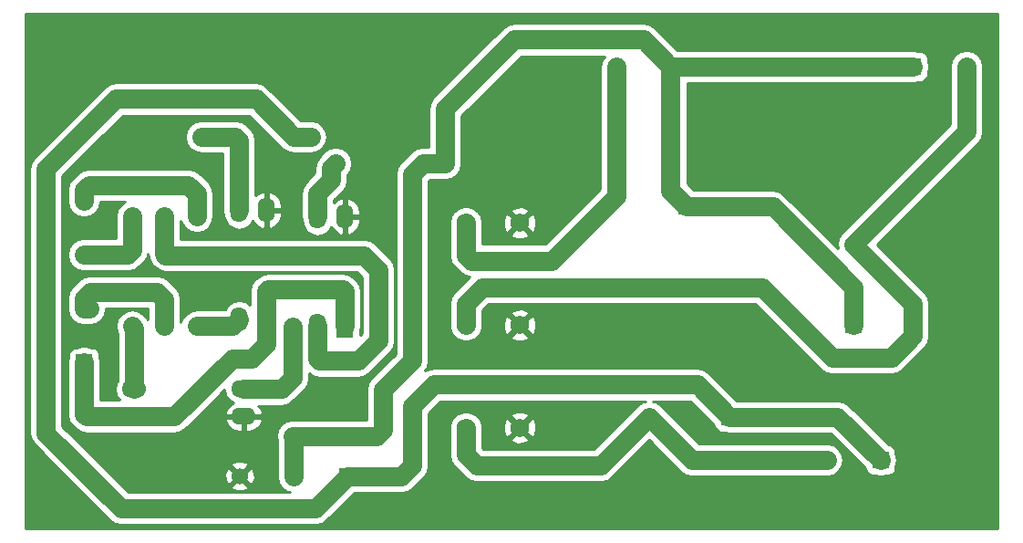
<source format=gbr>
G04 #@! TF.FileFunction,Copper,L1,Top,Plane*
%FSLAX46Y46*%
G04 Gerber Fmt 4.6, Leading zero omitted, Abs format (unit mm)*
G04 Created by KiCad (PCBNEW 4.0.7-e1-6374~58~ubuntu14.04.1) date Mon Aug 21 22:32:21 2017*
%MOMM*%
%LPD*%
G01*
G04 APERTURE LIST*
%ADD10C,0.200000*%
%ADD11C,1.524000*%
%ADD12R,1.562100X1.562100*%
%ADD13C,1.562100*%
%ADD14R,1.524000X1.524000*%
%ADD15R,1.750000X1.750000*%
%ADD16C,1.750000*%
%ADD17R,1.574800X2.286000*%
%ADD18O,1.574800X2.286000*%
%ADD19R,2.286000X1.574800*%
%ADD20O,2.286000X1.574800*%
%ADD21C,1.800000*%
%ADD22C,0.254000*%
G04 APERTURE END LIST*
D10*
D11*
X157500000Y-152080000D03*
X157500000Y-141920000D03*
X163500000Y-152080000D03*
X163500000Y-141920000D03*
D12*
X212993000Y-160500000D03*
D13*
X205500000Y-160500000D03*
D12*
X208993000Y-141000000D03*
D13*
X201500000Y-141000000D03*
D11*
X160500000Y-141920000D03*
X160500000Y-152080000D03*
X163920000Y-134500000D03*
X174080000Y-134500000D03*
X172400000Y-152120000D03*
X172400000Y-162280000D03*
X176420000Y-137000000D03*
X186580000Y-137000000D03*
D12*
X224500000Y-151993000D03*
D13*
X224500000Y-144500000D03*
D14*
X230000000Y-128000000D03*
D11*
X235000000Y-128000000D03*
D14*
X227000000Y-164500000D03*
D11*
X222000000Y-164500000D03*
D14*
X207500000Y-128000000D03*
D11*
X202500000Y-128000000D03*
D14*
X153035000Y-155455000D03*
D11*
X153035000Y-150455000D03*
X153035000Y-145455000D03*
X153035000Y-140455000D03*
D14*
X177500000Y-166000000D03*
D11*
X172500000Y-166000000D03*
X167500000Y-166000000D03*
D15*
X183500000Y-161500000D03*
D16*
X188500000Y-161500000D03*
X193500000Y-161500000D03*
D15*
X183500000Y-142500000D03*
D16*
X188500000Y-142500000D03*
X193500000Y-142500000D03*
D15*
X183500000Y-152000000D03*
D16*
X188500000Y-152000000D03*
X193500000Y-152000000D03*
D17*
X177270000Y-152080000D03*
D18*
X174730000Y-152080000D03*
X174730000Y-141920000D03*
X177270000Y-141920000D03*
D19*
X157720000Y-160470000D03*
D20*
X157720000Y-157930000D03*
X167880000Y-157930000D03*
X167880000Y-160470000D03*
D17*
X169970000Y-151480000D03*
D18*
X167430000Y-151480000D03*
X167430000Y-141320000D03*
X169970000Y-141320000D03*
D21*
X188500000Y-142500000D02*
X188500000Y-145500000D01*
X196500000Y-146000000D02*
X201500000Y-141000000D01*
X189000000Y-146000000D02*
X196500000Y-146000000D01*
X188500000Y-145500000D02*
X189000000Y-146000000D01*
X202500000Y-128000000D02*
X202500000Y-140000000D01*
X202500000Y-140000000D02*
X201500000Y-141000000D01*
X174730000Y-141920000D02*
X174730000Y-139770000D01*
X176000000Y-138500000D02*
X176000000Y-137420000D01*
X174730000Y-139770000D02*
X176000000Y-138500000D01*
X176000000Y-137420000D02*
X176420000Y-137000000D01*
X172400000Y-162280000D02*
X180220000Y-162280000D01*
X183500000Y-155300000D02*
X183500000Y-152000000D01*
X180800000Y-158000000D02*
X183500000Y-155300000D01*
X180800000Y-161700000D02*
X180800000Y-158000000D01*
X180220000Y-162280000D02*
X180800000Y-161700000D01*
X172500000Y-166000000D02*
X172500000Y-162380000D01*
X172500000Y-162380000D02*
X172400000Y-162280000D01*
X183500000Y-152000000D02*
X183480000Y-152000000D01*
X186580000Y-137000000D02*
X186580000Y-131920000D01*
X205000000Y-125500000D02*
X207500000Y-128000000D01*
X193000000Y-125500000D02*
X205000000Y-125500000D01*
X186580000Y-131920000D02*
X193000000Y-125500000D01*
X224500000Y-151993000D02*
X224500000Y-148500000D01*
X217000000Y-141000000D02*
X208993000Y-141000000D01*
X224500000Y-148500000D02*
X217000000Y-141000000D01*
X207500000Y-128000000D02*
X230000000Y-128000000D01*
X207500000Y-128000000D02*
X207500000Y-139507000D01*
X207500000Y-139507000D02*
X208993000Y-141000000D01*
X183500000Y-142500000D02*
X183500000Y-152000000D01*
X186580000Y-137000000D02*
X184500000Y-137000000D01*
X183500000Y-138000000D02*
X183500000Y-142500000D01*
X184500000Y-137000000D02*
X183500000Y-138000000D01*
X174080000Y-134500000D02*
X172500000Y-134500000D01*
X174500000Y-169000000D02*
X177500000Y-166000000D01*
X156500000Y-169000000D02*
X174500000Y-169000000D01*
X149500000Y-162000000D02*
X156500000Y-169000000D01*
X149500000Y-137500000D02*
X149500000Y-162000000D01*
X156000000Y-131000000D02*
X149500000Y-137500000D01*
X169000000Y-131000000D02*
X156000000Y-131000000D01*
X172500000Y-134500000D02*
X169000000Y-131000000D01*
X183500000Y-161500000D02*
X183500000Y-159500000D01*
X209993000Y-157500000D02*
X212993000Y-160500000D01*
X185500000Y-157500000D02*
X209993000Y-157500000D01*
X183500000Y-159500000D02*
X185500000Y-157500000D01*
X212993000Y-160500000D02*
X223000000Y-160500000D01*
X223000000Y-160500000D02*
X227000000Y-164500000D01*
X177500000Y-166000000D02*
X182500000Y-166000000D01*
X183500000Y-165000000D02*
X183500000Y-161500000D01*
X182500000Y-166000000D02*
X183500000Y-165000000D01*
X153035000Y-150455000D02*
X153035000Y-149474002D01*
X160500000Y-149600000D02*
X160500000Y-152080000D01*
X159800000Y-148900000D02*
X160500000Y-149600000D01*
X153609002Y-148900000D02*
X159800000Y-148900000D01*
X153035000Y-149474002D02*
X153609002Y-148900000D01*
X153035000Y-150455000D02*
X153545000Y-150455000D01*
X153035000Y-145455000D02*
X157055000Y-145455000D01*
X157500000Y-145010000D02*
X157500000Y-141920000D01*
X157055000Y-145455000D02*
X157500000Y-145010000D01*
X153035000Y-140455000D02*
X153035000Y-139465000D01*
X163500000Y-139800000D02*
X163500000Y-141920000D01*
X162700000Y-139000000D02*
X163500000Y-139800000D01*
X153500000Y-139000000D02*
X162700000Y-139000000D01*
X153035000Y-139465000D02*
X153500000Y-139000000D01*
X188500000Y-152000000D02*
X188500000Y-150000000D01*
X230000000Y-150000000D02*
X224500000Y-144500000D01*
X230000000Y-153000000D02*
X230000000Y-150000000D01*
X228000000Y-155000000D02*
X230000000Y-153000000D01*
X222500000Y-155000000D02*
X228000000Y-155000000D01*
X216000000Y-148500000D02*
X222500000Y-155000000D01*
X190000000Y-148500000D02*
X216000000Y-148500000D01*
X188500000Y-150000000D02*
X190000000Y-148500000D01*
X235000000Y-128000000D02*
X235000000Y-134000000D01*
X235000000Y-134000000D02*
X224500000Y-144500000D01*
X188500000Y-161500000D02*
X188500000Y-164000000D01*
X201000000Y-165000000D02*
X205500000Y-160500000D01*
X189500000Y-165000000D02*
X201000000Y-165000000D01*
X188500000Y-164000000D02*
X189500000Y-165000000D01*
X222000000Y-164500000D02*
X209500000Y-164500000D01*
X209500000Y-164500000D02*
X205500000Y-160500000D01*
X157720000Y-157930000D02*
X157720000Y-152300000D01*
X157720000Y-152300000D02*
X157500000Y-152080000D01*
X174730000Y-152080000D02*
X174730000Y-155130000D01*
X160500000Y-145400000D02*
X160500000Y-141920000D01*
X160600000Y-145500000D02*
X160500000Y-145400000D01*
X179000000Y-145500000D02*
X160600000Y-145500000D01*
X180400000Y-146900000D02*
X179000000Y-145500000D01*
X180400000Y-153400000D02*
X180400000Y-146900000D01*
X178500000Y-155300000D02*
X180400000Y-153400000D01*
X174900000Y-155300000D02*
X178500000Y-155300000D01*
X174730000Y-155130000D02*
X174900000Y-155300000D01*
X163500000Y-152080000D02*
X166830000Y-152080000D01*
X166830000Y-152080000D02*
X167430000Y-151480000D01*
X163920000Y-134500000D02*
X167100000Y-134500000D01*
X167430000Y-134830000D02*
X167430000Y-141320000D01*
X167100000Y-134500000D02*
X167430000Y-134830000D01*
X169970000Y-151480000D02*
X169970000Y-153730000D01*
X161430000Y-160470000D02*
X157720000Y-160470000D01*
X166800000Y-155100000D02*
X161430000Y-160470000D01*
X168600000Y-155100000D02*
X166800000Y-155100000D01*
X169970000Y-153730000D02*
X168600000Y-155100000D01*
X153035000Y-155455000D02*
X153035000Y-160235000D01*
X153035000Y-160235000D02*
X153270000Y-160470000D01*
X153270000Y-160470000D02*
X157720000Y-160470000D01*
X177270000Y-152080000D02*
X177270000Y-148870000D01*
X169970000Y-148830000D02*
X169970000Y-151480000D01*
X170100000Y-148700000D02*
X169970000Y-148830000D01*
X177100000Y-148700000D02*
X170100000Y-148700000D01*
X177270000Y-148870000D02*
X177100000Y-148700000D01*
X172400000Y-152120000D02*
X172400000Y-156900000D01*
X171370000Y-157930000D02*
X167880000Y-157930000D01*
X172400000Y-156900000D02*
X171370000Y-157930000D01*
D22*
G36*
X237873000Y-170873000D02*
X147627000Y-170873000D01*
X147627000Y-137500000D01*
X147965000Y-137500000D01*
X147965000Y-162000000D01*
X148081845Y-162587419D01*
X148414591Y-163085409D01*
X155414591Y-170085409D01*
X155912581Y-170418155D01*
X156500000Y-170535000D01*
X174500000Y-170535000D01*
X175087419Y-170418155D01*
X175585409Y-170085409D01*
X178135818Y-167535000D01*
X182500000Y-167535000D01*
X183087419Y-167418155D01*
X183585409Y-167085409D01*
X184585409Y-166085409D01*
X184918155Y-165587419D01*
X185035000Y-165000000D01*
X185035000Y-160135818D01*
X186135818Y-159035000D01*
X205148087Y-159035000D01*
X204912581Y-159081845D01*
X204414591Y-159414591D01*
X200364182Y-163465000D01*
X190135818Y-163465000D01*
X190035000Y-163364182D01*
X190035000Y-162562060D01*
X192617545Y-162562060D01*
X192700884Y-162815953D01*
X193265306Y-163021590D01*
X193865458Y-162995579D01*
X194299116Y-162815953D01*
X194382455Y-162562060D01*
X193500000Y-161679605D01*
X192617545Y-162562060D01*
X190035000Y-162562060D01*
X190035000Y-161500000D01*
X190010110Y-161374871D01*
X190010205Y-161265306D01*
X191978410Y-161265306D01*
X192004421Y-161865458D01*
X192184047Y-162299116D01*
X192437940Y-162382455D01*
X193320395Y-161500000D01*
X193679605Y-161500000D01*
X194562060Y-162382455D01*
X194815953Y-162299116D01*
X195021590Y-161734694D01*
X194995579Y-161134542D01*
X194815953Y-160700884D01*
X194562060Y-160617545D01*
X193679605Y-161500000D01*
X193320395Y-161500000D01*
X192437940Y-160617545D01*
X192184047Y-160700884D01*
X191978410Y-161265306D01*
X190010205Y-161265306D01*
X190010262Y-161200960D01*
X189943264Y-161038813D01*
X189918155Y-160912581D01*
X189847274Y-160806500D01*
X189780862Y-160645771D01*
X189656915Y-160521607D01*
X189601011Y-160437940D01*
X192617545Y-160437940D01*
X193500000Y-161320395D01*
X194382455Y-160437940D01*
X194299116Y-160184047D01*
X193734694Y-159978410D01*
X193134542Y-160004421D01*
X192700884Y-160184047D01*
X192617545Y-160437940D01*
X189601011Y-160437940D01*
X189585409Y-160414591D01*
X189479329Y-160343710D01*
X189356463Y-160220630D01*
X189194433Y-160153349D01*
X189087419Y-160081845D01*
X188962291Y-160056955D01*
X188801675Y-159990262D01*
X188626231Y-159990109D01*
X188500000Y-159965000D01*
X188374871Y-159989890D01*
X188200960Y-159989738D01*
X188038813Y-160056736D01*
X187912581Y-160081845D01*
X187806500Y-160152726D01*
X187645771Y-160219138D01*
X187521607Y-160343085D01*
X187414591Y-160414591D01*
X187343710Y-160520671D01*
X187220630Y-160643537D01*
X187153349Y-160805567D01*
X187081845Y-160912581D01*
X187056955Y-161037709D01*
X186990262Y-161198325D01*
X186990109Y-161373769D01*
X186965000Y-161500000D01*
X186965000Y-164000000D01*
X187081845Y-164587419D01*
X187414591Y-165085409D01*
X188414591Y-166085409D01*
X188912581Y-166418155D01*
X189500000Y-166535000D01*
X201000000Y-166535000D01*
X201587419Y-166418155D01*
X202085409Y-166085409D01*
X205500000Y-162670818D01*
X208414591Y-165585409D01*
X208912581Y-165918155D01*
X209500000Y-166035000D01*
X222000000Y-166035000D01*
X222587419Y-165918155D01*
X223085409Y-165585409D01*
X223418155Y-165087419D01*
X223535000Y-164500000D01*
X223418155Y-163912581D01*
X223085409Y-163414591D01*
X222587419Y-163081845D01*
X222000000Y-162965000D01*
X210135818Y-162965000D01*
X206585409Y-159414591D01*
X206087419Y-159081845D01*
X205851913Y-159035000D01*
X209357182Y-159035000D01*
X211564510Y-161242328D01*
X211564510Y-161281050D01*
X211608788Y-161516367D01*
X211747860Y-161732491D01*
X211960060Y-161877481D01*
X212211950Y-161928490D01*
X212457539Y-161928490D01*
X212993000Y-162035000D01*
X222364182Y-162035000D01*
X225590560Y-165261378D01*
X225590560Y-165262000D01*
X225634838Y-165497317D01*
X225773910Y-165713441D01*
X225986110Y-165858431D01*
X226238000Y-165909440D01*
X226399538Y-165909440D01*
X226412581Y-165918155D01*
X227000000Y-166035000D01*
X227587419Y-165918155D01*
X227600462Y-165909440D01*
X227762000Y-165909440D01*
X227997317Y-165865162D01*
X228213441Y-165726090D01*
X228358431Y-165513890D01*
X228409440Y-165262000D01*
X228409440Y-165100462D01*
X228418155Y-165087419D01*
X228535000Y-164500000D01*
X228418155Y-163912581D01*
X228409440Y-163899538D01*
X228409440Y-163738000D01*
X228365162Y-163502683D01*
X228226090Y-163286559D01*
X228013890Y-163141569D01*
X227762000Y-163090560D01*
X227761378Y-163090560D01*
X224085409Y-159414591D01*
X223587419Y-159081845D01*
X223000000Y-158965000D01*
X213628818Y-158965000D01*
X211078409Y-156414591D01*
X210580419Y-156081845D01*
X209993000Y-155965000D01*
X185500000Y-155965000D01*
X184912581Y-156081845D01*
X184687958Y-156231933D01*
X184918155Y-155887419D01*
X185035000Y-155300000D01*
X185035000Y-138635818D01*
X185135818Y-138535000D01*
X186580000Y-138535000D01*
X187167419Y-138418155D01*
X187665409Y-138085409D01*
X187998155Y-137587419D01*
X188115000Y-137000000D01*
X188115000Y-132555818D01*
X193635818Y-127035000D01*
X201334136Y-127035000D01*
X201081845Y-127412581D01*
X200965000Y-128000000D01*
X200965000Y-139364182D01*
X195864182Y-144465000D01*
X190035000Y-144465000D01*
X190035000Y-143562060D01*
X192617545Y-143562060D01*
X192700884Y-143815953D01*
X193265306Y-144021590D01*
X193865458Y-143995579D01*
X194299116Y-143815953D01*
X194382455Y-143562060D01*
X193500000Y-142679605D01*
X192617545Y-143562060D01*
X190035000Y-143562060D01*
X190035000Y-142500000D01*
X190010110Y-142374871D01*
X190010205Y-142265306D01*
X191978410Y-142265306D01*
X192004421Y-142865458D01*
X192184047Y-143299116D01*
X192437940Y-143382455D01*
X193320395Y-142500000D01*
X193679605Y-142500000D01*
X194562060Y-143382455D01*
X194815953Y-143299116D01*
X195021590Y-142734694D01*
X194995579Y-142134542D01*
X194815953Y-141700884D01*
X194562060Y-141617545D01*
X193679605Y-142500000D01*
X193320395Y-142500000D01*
X192437940Y-141617545D01*
X192184047Y-141700884D01*
X191978410Y-142265306D01*
X190010205Y-142265306D01*
X190010262Y-142200960D01*
X189943264Y-142038813D01*
X189918155Y-141912581D01*
X189847274Y-141806500D01*
X189780862Y-141645771D01*
X189656915Y-141521607D01*
X189601011Y-141437940D01*
X192617545Y-141437940D01*
X193500000Y-142320395D01*
X194382455Y-141437940D01*
X194299116Y-141184047D01*
X193734694Y-140978410D01*
X193134542Y-141004421D01*
X192700884Y-141184047D01*
X192617545Y-141437940D01*
X189601011Y-141437940D01*
X189585409Y-141414591D01*
X189479329Y-141343710D01*
X189356463Y-141220630D01*
X189194433Y-141153349D01*
X189087419Y-141081845D01*
X188962291Y-141056955D01*
X188801675Y-140990262D01*
X188626231Y-140990109D01*
X188500000Y-140965000D01*
X188374871Y-140989890D01*
X188200960Y-140989738D01*
X188038813Y-141056736D01*
X187912581Y-141081845D01*
X187806500Y-141152726D01*
X187645771Y-141219138D01*
X187521607Y-141343085D01*
X187414591Y-141414591D01*
X187343710Y-141520671D01*
X187220630Y-141643537D01*
X187153349Y-141805567D01*
X187081845Y-141912581D01*
X187056955Y-142037709D01*
X186990262Y-142198325D01*
X186990109Y-142373769D01*
X186965000Y-142500000D01*
X186965000Y-145500000D01*
X187081845Y-146087419D01*
X187414591Y-146585409D01*
X187914591Y-147085409D01*
X188412581Y-147418155D01*
X188828329Y-147500853D01*
X187414591Y-148914591D01*
X187081845Y-149412581D01*
X186965000Y-150000000D01*
X186965000Y-152000000D01*
X186989890Y-152125129D01*
X186989738Y-152299040D01*
X187056736Y-152461187D01*
X187081845Y-152587419D01*
X187152726Y-152693500D01*
X187219138Y-152854229D01*
X187343085Y-152978393D01*
X187414591Y-153085409D01*
X187520671Y-153156290D01*
X187643537Y-153279370D01*
X187805567Y-153346651D01*
X187912581Y-153418155D01*
X188037709Y-153443045D01*
X188198325Y-153509738D01*
X188373769Y-153509891D01*
X188500000Y-153535000D01*
X188625129Y-153510110D01*
X188799040Y-153510262D01*
X188961187Y-153443264D01*
X189087419Y-153418155D01*
X189193500Y-153347274D01*
X189354229Y-153280862D01*
X189478393Y-153156915D01*
X189585409Y-153085409D01*
X189601010Y-153062060D01*
X192617545Y-153062060D01*
X192700884Y-153315953D01*
X193265306Y-153521590D01*
X193865458Y-153495579D01*
X194299116Y-153315953D01*
X194382455Y-153062060D01*
X193500000Y-152179605D01*
X192617545Y-153062060D01*
X189601010Y-153062060D01*
X189656290Y-152979329D01*
X189779370Y-152856463D01*
X189846651Y-152694433D01*
X189918155Y-152587419D01*
X189943045Y-152462291D01*
X190009738Y-152301675D01*
X190009891Y-152126231D01*
X190035000Y-152000000D01*
X190035000Y-151765306D01*
X191978410Y-151765306D01*
X192004421Y-152365458D01*
X192184047Y-152799116D01*
X192437940Y-152882455D01*
X193320395Y-152000000D01*
X193679605Y-152000000D01*
X194562060Y-152882455D01*
X194815953Y-152799116D01*
X195021590Y-152234694D01*
X194995579Y-151634542D01*
X194815953Y-151200884D01*
X194562060Y-151117545D01*
X193679605Y-152000000D01*
X193320395Y-152000000D01*
X192437940Y-151117545D01*
X192184047Y-151200884D01*
X191978410Y-151765306D01*
X190035000Y-151765306D01*
X190035000Y-150937940D01*
X192617545Y-150937940D01*
X193500000Y-151820395D01*
X194382455Y-150937940D01*
X194299116Y-150684047D01*
X193734694Y-150478410D01*
X193134542Y-150504421D01*
X192700884Y-150684047D01*
X192617545Y-150937940D01*
X190035000Y-150937940D01*
X190035000Y-150635818D01*
X190635818Y-150035000D01*
X215364182Y-150035000D01*
X221414591Y-156085409D01*
X221912581Y-156418155D01*
X222500000Y-156535000D01*
X228000000Y-156535000D01*
X228587419Y-156418155D01*
X229085409Y-156085409D01*
X231085409Y-154085409D01*
X231418155Y-153587419D01*
X231535000Y-153000000D01*
X231535000Y-150000000D01*
X231418155Y-149412581D01*
X231085409Y-148914591D01*
X226670818Y-144500000D01*
X236085409Y-135085409D01*
X236418155Y-134587419D01*
X236535000Y-134000000D01*
X236535000Y-128000000D01*
X236418155Y-127412581D01*
X236085409Y-126914591D01*
X235587419Y-126581845D01*
X235000000Y-126465000D01*
X234412581Y-126581845D01*
X233914591Y-126914591D01*
X233581845Y-127412581D01*
X233465000Y-128000000D01*
X233465000Y-133364182D01*
X223414591Y-143414591D01*
X223081845Y-143912581D01*
X222965000Y-144500000D01*
X223038046Y-144867228D01*
X218085409Y-139914591D01*
X217587419Y-139581845D01*
X217000000Y-139465000D01*
X209628818Y-139465000D01*
X209035000Y-138871182D01*
X209035000Y-129535000D01*
X230000000Y-129535000D01*
X230587419Y-129418155D01*
X230600462Y-129409440D01*
X230762000Y-129409440D01*
X230997317Y-129365162D01*
X231213441Y-129226090D01*
X231358431Y-129013890D01*
X231409440Y-128762000D01*
X231409440Y-128600462D01*
X231418155Y-128587419D01*
X231535000Y-128000000D01*
X231418155Y-127412581D01*
X231409440Y-127399538D01*
X231409440Y-127238000D01*
X231365162Y-127002683D01*
X231226090Y-126786559D01*
X231013890Y-126641569D01*
X230762000Y-126590560D01*
X230600462Y-126590560D01*
X230587419Y-126581845D01*
X230000000Y-126465000D01*
X208135818Y-126465000D01*
X206085409Y-124414591D01*
X205587419Y-124081845D01*
X205000000Y-123965000D01*
X193000000Y-123965000D01*
X192412581Y-124081845D01*
X191914591Y-124414591D01*
X185494591Y-130834591D01*
X185161845Y-131332581D01*
X185045000Y-131920000D01*
X185045000Y-135465000D01*
X184500000Y-135465000D01*
X183912581Y-135581845D01*
X183414591Y-135914591D01*
X182414591Y-136914591D01*
X182081845Y-137412581D01*
X181965000Y-138000000D01*
X181965000Y-151899453D01*
X181945000Y-152000000D01*
X181965000Y-152100547D01*
X181965000Y-154664182D01*
X179714591Y-156914591D01*
X179381845Y-157412581D01*
X179265000Y-158000000D01*
X179265000Y-160745000D01*
X172400000Y-160745000D01*
X171812581Y-160861845D01*
X171314591Y-161194591D01*
X170981845Y-161692581D01*
X170865000Y-162280000D01*
X170965000Y-162782734D01*
X170965000Y-166000000D01*
X171081845Y-166587419D01*
X171414591Y-167085409D01*
X171912581Y-167418155D01*
X172148087Y-167465000D01*
X157135818Y-167465000D01*
X156651031Y-166980213D01*
X166699392Y-166980213D01*
X166768857Y-167222397D01*
X167292302Y-167409144D01*
X167847368Y-167381362D01*
X168231143Y-167222397D01*
X168300608Y-166980213D01*
X167500000Y-166179605D01*
X166699392Y-166980213D01*
X156651031Y-166980213D01*
X155463120Y-165792302D01*
X166090856Y-165792302D01*
X166118638Y-166347368D01*
X166277603Y-166731143D01*
X166519787Y-166800608D01*
X167320395Y-166000000D01*
X167679605Y-166000000D01*
X168480213Y-166800608D01*
X168722397Y-166731143D01*
X168909144Y-166207698D01*
X168881362Y-165652632D01*
X168722397Y-165268857D01*
X168480213Y-165199392D01*
X167679605Y-166000000D01*
X167320395Y-166000000D01*
X166519787Y-165199392D01*
X166277603Y-165268857D01*
X166090856Y-165792302D01*
X155463120Y-165792302D01*
X154690605Y-165019787D01*
X166699392Y-165019787D01*
X167500000Y-165820395D01*
X168300608Y-165019787D01*
X168231143Y-164777603D01*
X167707698Y-164590856D01*
X167152632Y-164618638D01*
X166768857Y-164777603D01*
X166699392Y-165019787D01*
X154690605Y-165019787D01*
X151035000Y-161364182D01*
X151035000Y-139465000D01*
X151500000Y-139465000D01*
X151500000Y-140455000D01*
X151616845Y-141042419D01*
X151949591Y-141540409D01*
X152447581Y-141873155D01*
X153035000Y-141990000D01*
X153622419Y-141873155D01*
X154120409Y-141540409D01*
X154453155Y-141042419D01*
X154554087Y-140535000D01*
X156862961Y-140535000D01*
X156414591Y-140834591D01*
X156081845Y-141332581D01*
X155965000Y-141920000D01*
X155965000Y-143920000D01*
X153035000Y-143920000D01*
X152447581Y-144036845D01*
X151949591Y-144369591D01*
X151616845Y-144867581D01*
X151500000Y-145455000D01*
X151616845Y-146042419D01*
X151949591Y-146540409D01*
X152447581Y-146873155D01*
X153035000Y-146990000D01*
X157055000Y-146990000D01*
X157642419Y-146873155D01*
X158140409Y-146540409D01*
X158585409Y-146095409D01*
X158918155Y-145597419D01*
X158965000Y-145361913D01*
X158965000Y-145400000D01*
X159081845Y-145987419D01*
X159414591Y-146485409D01*
X159514591Y-146585409D01*
X160012581Y-146918155D01*
X160600000Y-147035000D01*
X178364182Y-147035000D01*
X178865000Y-147535818D01*
X178865000Y-152764182D01*
X178704840Y-152924342D01*
X178704840Y-152583538D01*
X178805000Y-152080000D01*
X178805000Y-148870000D01*
X178688155Y-148282581D01*
X178355409Y-147784591D01*
X178185409Y-147614591D01*
X177687419Y-147281845D01*
X177100000Y-147165000D01*
X170100000Y-147165000D01*
X169512581Y-147281845D01*
X169014591Y-147614591D01*
X168884591Y-147744591D01*
X168551845Y-148242581D01*
X168435000Y-148830000D01*
X168435000Y-150083251D01*
X167974329Y-149775441D01*
X167430000Y-149667167D01*
X166885671Y-149775441D01*
X166424211Y-150083778D01*
X166116033Y-150545000D01*
X163500000Y-150545000D01*
X162912581Y-150661845D01*
X162414591Y-150994591D01*
X162081845Y-151492581D01*
X162035000Y-151728087D01*
X162035000Y-149600000D01*
X161918155Y-149012581D01*
X161585409Y-148514591D01*
X160885409Y-147814591D01*
X160387419Y-147481845D01*
X159800000Y-147365000D01*
X153609002Y-147365000D01*
X153021583Y-147481845D01*
X152523593Y-147814591D01*
X151949591Y-148388593D01*
X151616845Y-148886583D01*
X151500000Y-149474002D01*
X151500000Y-150455000D01*
X151616845Y-151042419D01*
X151949591Y-151540409D01*
X152447581Y-151873155D01*
X153035000Y-151990000D01*
X153545000Y-151990000D01*
X154132419Y-151873155D01*
X154630409Y-151540409D01*
X154963155Y-151042419D01*
X155080000Y-150455000D01*
X155076022Y-150435000D01*
X158965000Y-150435000D01*
X158965000Y-151453436D01*
X158805409Y-151214591D01*
X158585409Y-150994591D01*
X158087419Y-150661845D01*
X157500000Y-150545000D01*
X156912581Y-150661845D01*
X156414591Y-150994591D01*
X156081845Y-151492581D01*
X155965000Y-152080000D01*
X156081845Y-152667419D01*
X156185000Y-152821801D01*
X156185000Y-157131907D01*
X156015441Y-157385671D01*
X155907167Y-157930000D01*
X156015441Y-158474329D01*
X156323251Y-158935000D01*
X154570000Y-158935000D01*
X154570000Y-155455000D01*
X154453155Y-154867581D01*
X154444440Y-154854538D01*
X154444440Y-154693000D01*
X154400162Y-154457683D01*
X154261090Y-154241559D01*
X154048890Y-154096569D01*
X153797000Y-154045560D01*
X153635462Y-154045560D01*
X153622419Y-154036845D01*
X153035000Y-153920000D01*
X152447581Y-154036845D01*
X152434538Y-154045560D01*
X152273000Y-154045560D01*
X152037683Y-154089838D01*
X151821559Y-154228910D01*
X151676569Y-154441110D01*
X151625560Y-154693000D01*
X151625560Y-154854538D01*
X151616845Y-154867581D01*
X151500000Y-155455000D01*
X151500000Y-160235000D01*
X151616845Y-160822419D01*
X151949591Y-161320409D01*
X152184591Y-161555409D01*
X152682581Y-161888155D01*
X153270000Y-162005000D01*
X161430000Y-162005000D01*
X162017419Y-161888155D01*
X162515409Y-161555409D01*
X163253758Y-160817060D01*
X166144990Y-160817060D01*
X166161673Y-160896996D01*
X166428809Y-161385986D01*
X166862738Y-161735525D01*
X167397400Y-161892400D01*
X167753000Y-161892400D01*
X167753000Y-160597000D01*
X168007000Y-160597000D01*
X168007000Y-161892400D01*
X168362600Y-161892400D01*
X168897262Y-161735525D01*
X169331191Y-161385986D01*
X169598327Y-160896996D01*
X169615010Y-160817060D01*
X169492852Y-160597000D01*
X168007000Y-160597000D01*
X167753000Y-160597000D01*
X166267148Y-160597000D01*
X166144990Y-160817060D01*
X163253758Y-160817060D01*
X166079387Y-157991431D01*
X166175441Y-158474329D01*
X166483778Y-158935789D01*
X166878830Y-159199754D01*
X166862738Y-159204475D01*
X166428809Y-159554014D01*
X166161673Y-160043004D01*
X166144990Y-160122940D01*
X166267148Y-160343000D01*
X167753000Y-160343000D01*
X167753000Y-160323000D01*
X168007000Y-160323000D01*
X168007000Y-160343000D01*
X169492852Y-160343000D01*
X169615010Y-160122940D01*
X169598327Y-160043004D01*
X169331191Y-159554014D01*
X169220686Y-159465000D01*
X171370000Y-159465000D01*
X171957419Y-159348155D01*
X172455409Y-159015409D01*
X173485409Y-157985409D01*
X173818155Y-157487419D01*
X173935000Y-156900000D01*
X173935000Y-156465864D01*
X174312581Y-156718155D01*
X174900000Y-156835000D01*
X178500000Y-156835000D01*
X179087419Y-156718155D01*
X179585409Y-156385409D01*
X181485409Y-154485409D01*
X181818155Y-153987419D01*
X181935000Y-153400000D01*
X181935000Y-146900000D01*
X181818155Y-146312581D01*
X181485409Y-145814591D01*
X180085409Y-144414591D01*
X179587419Y-144081845D01*
X179000000Y-143965000D01*
X162035000Y-143965000D01*
X162035000Y-142271913D01*
X162081845Y-142507419D01*
X162414591Y-143005409D01*
X162912581Y-143338155D01*
X163500000Y-143455000D01*
X164087419Y-143338155D01*
X164585409Y-143005409D01*
X164918155Y-142507419D01*
X165035000Y-141920000D01*
X165035000Y-139800000D01*
X164918155Y-139212581D01*
X164585409Y-138714591D01*
X163785409Y-137914591D01*
X163287419Y-137581845D01*
X162700000Y-137465000D01*
X153500000Y-137465000D01*
X152912581Y-137581845D01*
X152414591Y-137914591D01*
X151949591Y-138379591D01*
X151616845Y-138877581D01*
X151500000Y-139465000D01*
X151035000Y-139465000D01*
X151035000Y-138135818D01*
X154670818Y-134500000D01*
X162385000Y-134500000D01*
X162501845Y-135087419D01*
X162834591Y-135585409D01*
X163332581Y-135918155D01*
X163920000Y-136035000D01*
X165895000Y-136035000D01*
X165895000Y-141320000D01*
X166011845Y-141907419D01*
X166061593Y-141981872D01*
X166115874Y-142254762D01*
X166424211Y-142716222D01*
X166885671Y-143024559D01*
X167430000Y-143132833D01*
X167974329Y-143024559D01*
X168435789Y-142716222D01*
X168699754Y-142321170D01*
X168704475Y-142337262D01*
X169054014Y-142771191D01*
X169543004Y-143038327D01*
X169622940Y-143055010D01*
X169843000Y-142932852D01*
X169843000Y-141447000D01*
X170097000Y-141447000D01*
X170097000Y-142932852D01*
X170317060Y-143055010D01*
X170396996Y-143038327D01*
X170885986Y-142771191D01*
X171235525Y-142337262D01*
X171392400Y-141802600D01*
X171392400Y-141447000D01*
X170097000Y-141447000D01*
X169843000Y-141447000D01*
X169823000Y-141447000D01*
X169823000Y-141193000D01*
X169843000Y-141193000D01*
X169843000Y-139707148D01*
X170097000Y-139707148D01*
X170097000Y-141193000D01*
X171392400Y-141193000D01*
X171392400Y-140837400D01*
X171235525Y-140302738D01*
X170885986Y-139868809D01*
X170705118Y-139770000D01*
X173195000Y-139770000D01*
X173195000Y-141920000D01*
X173311845Y-142507419D01*
X173361593Y-142581872D01*
X173415874Y-142854762D01*
X173724211Y-143316222D01*
X174185671Y-143624559D01*
X174730000Y-143732833D01*
X175274329Y-143624559D01*
X175735789Y-143316222D01*
X175999754Y-142921170D01*
X176004475Y-142937262D01*
X176354014Y-143371191D01*
X176843004Y-143638327D01*
X176922940Y-143655010D01*
X177143000Y-143532852D01*
X177143000Y-142047000D01*
X177397000Y-142047000D01*
X177397000Y-143532852D01*
X177617060Y-143655010D01*
X177696996Y-143638327D01*
X178185986Y-143371191D01*
X178535525Y-142937262D01*
X178692400Y-142402600D01*
X178692400Y-142047000D01*
X177397000Y-142047000D01*
X177143000Y-142047000D01*
X177123000Y-142047000D01*
X177123000Y-141793000D01*
X177143000Y-141793000D01*
X177143000Y-140307148D01*
X177397000Y-140307148D01*
X177397000Y-141793000D01*
X178692400Y-141793000D01*
X178692400Y-141437400D01*
X178535525Y-140902738D01*
X178185986Y-140468809D01*
X177696996Y-140201673D01*
X177617060Y-140184990D01*
X177397000Y-140307148D01*
X177143000Y-140307148D01*
X176922940Y-140184990D01*
X176843004Y-140201673D01*
X176354014Y-140468809D01*
X176265000Y-140579314D01*
X176265000Y-140405818D01*
X177085409Y-139585409D01*
X177418155Y-139087419D01*
X177535000Y-138500000D01*
X177535000Y-138041123D01*
X177838155Y-137587419D01*
X177955000Y-137000000D01*
X177838155Y-136412581D01*
X177505409Y-135914591D01*
X177007419Y-135581845D01*
X176420000Y-135465000D01*
X175832581Y-135581845D01*
X175334591Y-135914591D01*
X174914591Y-136334591D01*
X174581845Y-136832581D01*
X174465000Y-137420000D01*
X174465000Y-137864182D01*
X173644591Y-138684591D01*
X173311845Y-139182581D01*
X173195000Y-139770000D01*
X170705118Y-139770000D01*
X170396996Y-139601673D01*
X170317060Y-139584990D01*
X170097000Y-139707148D01*
X169843000Y-139707148D01*
X169622940Y-139584990D01*
X169543004Y-139601673D01*
X169054014Y-139868809D01*
X168965000Y-139979314D01*
X168965000Y-134830000D01*
X168848155Y-134242581D01*
X168515409Y-133744591D01*
X168185409Y-133414591D01*
X167687419Y-133081845D01*
X167100000Y-132965000D01*
X163920000Y-132965000D01*
X163332581Y-133081845D01*
X162834591Y-133414591D01*
X162501845Y-133912581D01*
X162385000Y-134500000D01*
X154670818Y-134500000D01*
X156635818Y-132535000D01*
X168364182Y-132535000D01*
X171414591Y-135585409D01*
X171912581Y-135918155D01*
X172500000Y-136035000D01*
X174080000Y-136035000D01*
X174667419Y-135918155D01*
X175165409Y-135585409D01*
X175498155Y-135087419D01*
X175615000Y-134500000D01*
X175498155Y-133912581D01*
X175165409Y-133414591D01*
X174667419Y-133081845D01*
X174080000Y-132965000D01*
X173135818Y-132965000D01*
X170085409Y-129914591D01*
X169587419Y-129581845D01*
X169000000Y-129465000D01*
X156000000Y-129465000D01*
X155412581Y-129581845D01*
X154914591Y-129914591D01*
X148414591Y-136414591D01*
X148081845Y-136912581D01*
X147965000Y-137500000D01*
X147627000Y-137500000D01*
X147627000Y-123127000D01*
X237873000Y-123127000D01*
X237873000Y-170873000D01*
X237873000Y-170873000D01*
G37*
X237873000Y-170873000D02*
X147627000Y-170873000D01*
X147627000Y-137500000D01*
X147965000Y-137500000D01*
X147965000Y-162000000D01*
X148081845Y-162587419D01*
X148414591Y-163085409D01*
X155414591Y-170085409D01*
X155912581Y-170418155D01*
X156500000Y-170535000D01*
X174500000Y-170535000D01*
X175087419Y-170418155D01*
X175585409Y-170085409D01*
X178135818Y-167535000D01*
X182500000Y-167535000D01*
X183087419Y-167418155D01*
X183585409Y-167085409D01*
X184585409Y-166085409D01*
X184918155Y-165587419D01*
X185035000Y-165000000D01*
X185035000Y-160135818D01*
X186135818Y-159035000D01*
X205148087Y-159035000D01*
X204912581Y-159081845D01*
X204414591Y-159414591D01*
X200364182Y-163465000D01*
X190135818Y-163465000D01*
X190035000Y-163364182D01*
X190035000Y-162562060D01*
X192617545Y-162562060D01*
X192700884Y-162815953D01*
X193265306Y-163021590D01*
X193865458Y-162995579D01*
X194299116Y-162815953D01*
X194382455Y-162562060D01*
X193500000Y-161679605D01*
X192617545Y-162562060D01*
X190035000Y-162562060D01*
X190035000Y-161500000D01*
X190010110Y-161374871D01*
X190010205Y-161265306D01*
X191978410Y-161265306D01*
X192004421Y-161865458D01*
X192184047Y-162299116D01*
X192437940Y-162382455D01*
X193320395Y-161500000D01*
X193679605Y-161500000D01*
X194562060Y-162382455D01*
X194815953Y-162299116D01*
X195021590Y-161734694D01*
X194995579Y-161134542D01*
X194815953Y-160700884D01*
X194562060Y-160617545D01*
X193679605Y-161500000D01*
X193320395Y-161500000D01*
X192437940Y-160617545D01*
X192184047Y-160700884D01*
X191978410Y-161265306D01*
X190010205Y-161265306D01*
X190010262Y-161200960D01*
X189943264Y-161038813D01*
X189918155Y-160912581D01*
X189847274Y-160806500D01*
X189780862Y-160645771D01*
X189656915Y-160521607D01*
X189601011Y-160437940D01*
X192617545Y-160437940D01*
X193500000Y-161320395D01*
X194382455Y-160437940D01*
X194299116Y-160184047D01*
X193734694Y-159978410D01*
X193134542Y-160004421D01*
X192700884Y-160184047D01*
X192617545Y-160437940D01*
X189601011Y-160437940D01*
X189585409Y-160414591D01*
X189479329Y-160343710D01*
X189356463Y-160220630D01*
X189194433Y-160153349D01*
X189087419Y-160081845D01*
X188962291Y-160056955D01*
X188801675Y-159990262D01*
X188626231Y-159990109D01*
X188500000Y-159965000D01*
X188374871Y-159989890D01*
X188200960Y-159989738D01*
X188038813Y-160056736D01*
X187912581Y-160081845D01*
X187806500Y-160152726D01*
X187645771Y-160219138D01*
X187521607Y-160343085D01*
X187414591Y-160414591D01*
X187343710Y-160520671D01*
X187220630Y-160643537D01*
X187153349Y-160805567D01*
X187081845Y-160912581D01*
X187056955Y-161037709D01*
X186990262Y-161198325D01*
X186990109Y-161373769D01*
X186965000Y-161500000D01*
X186965000Y-164000000D01*
X187081845Y-164587419D01*
X187414591Y-165085409D01*
X188414591Y-166085409D01*
X188912581Y-166418155D01*
X189500000Y-166535000D01*
X201000000Y-166535000D01*
X201587419Y-166418155D01*
X202085409Y-166085409D01*
X205500000Y-162670818D01*
X208414591Y-165585409D01*
X208912581Y-165918155D01*
X209500000Y-166035000D01*
X222000000Y-166035000D01*
X222587419Y-165918155D01*
X223085409Y-165585409D01*
X223418155Y-165087419D01*
X223535000Y-164500000D01*
X223418155Y-163912581D01*
X223085409Y-163414591D01*
X222587419Y-163081845D01*
X222000000Y-162965000D01*
X210135818Y-162965000D01*
X206585409Y-159414591D01*
X206087419Y-159081845D01*
X205851913Y-159035000D01*
X209357182Y-159035000D01*
X211564510Y-161242328D01*
X211564510Y-161281050D01*
X211608788Y-161516367D01*
X211747860Y-161732491D01*
X211960060Y-161877481D01*
X212211950Y-161928490D01*
X212457539Y-161928490D01*
X212993000Y-162035000D01*
X222364182Y-162035000D01*
X225590560Y-165261378D01*
X225590560Y-165262000D01*
X225634838Y-165497317D01*
X225773910Y-165713441D01*
X225986110Y-165858431D01*
X226238000Y-165909440D01*
X226399538Y-165909440D01*
X226412581Y-165918155D01*
X227000000Y-166035000D01*
X227587419Y-165918155D01*
X227600462Y-165909440D01*
X227762000Y-165909440D01*
X227997317Y-165865162D01*
X228213441Y-165726090D01*
X228358431Y-165513890D01*
X228409440Y-165262000D01*
X228409440Y-165100462D01*
X228418155Y-165087419D01*
X228535000Y-164500000D01*
X228418155Y-163912581D01*
X228409440Y-163899538D01*
X228409440Y-163738000D01*
X228365162Y-163502683D01*
X228226090Y-163286559D01*
X228013890Y-163141569D01*
X227762000Y-163090560D01*
X227761378Y-163090560D01*
X224085409Y-159414591D01*
X223587419Y-159081845D01*
X223000000Y-158965000D01*
X213628818Y-158965000D01*
X211078409Y-156414591D01*
X210580419Y-156081845D01*
X209993000Y-155965000D01*
X185500000Y-155965000D01*
X184912581Y-156081845D01*
X184687958Y-156231933D01*
X184918155Y-155887419D01*
X185035000Y-155300000D01*
X185035000Y-138635818D01*
X185135818Y-138535000D01*
X186580000Y-138535000D01*
X187167419Y-138418155D01*
X187665409Y-138085409D01*
X187998155Y-137587419D01*
X188115000Y-137000000D01*
X188115000Y-132555818D01*
X193635818Y-127035000D01*
X201334136Y-127035000D01*
X201081845Y-127412581D01*
X200965000Y-128000000D01*
X200965000Y-139364182D01*
X195864182Y-144465000D01*
X190035000Y-144465000D01*
X190035000Y-143562060D01*
X192617545Y-143562060D01*
X192700884Y-143815953D01*
X193265306Y-144021590D01*
X193865458Y-143995579D01*
X194299116Y-143815953D01*
X194382455Y-143562060D01*
X193500000Y-142679605D01*
X192617545Y-143562060D01*
X190035000Y-143562060D01*
X190035000Y-142500000D01*
X190010110Y-142374871D01*
X190010205Y-142265306D01*
X191978410Y-142265306D01*
X192004421Y-142865458D01*
X192184047Y-143299116D01*
X192437940Y-143382455D01*
X193320395Y-142500000D01*
X193679605Y-142500000D01*
X194562060Y-143382455D01*
X194815953Y-143299116D01*
X195021590Y-142734694D01*
X194995579Y-142134542D01*
X194815953Y-141700884D01*
X194562060Y-141617545D01*
X193679605Y-142500000D01*
X193320395Y-142500000D01*
X192437940Y-141617545D01*
X192184047Y-141700884D01*
X191978410Y-142265306D01*
X190010205Y-142265306D01*
X190010262Y-142200960D01*
X189943264Y-142038813D01*
X189918155Y-141912581D01*
X189847274Y-141806500D01*
X189780862Y-141645771D01*
X189656915Y-141521607D01*
X189601011Y-141437940D01*
X192617545Y-141437940D01*
X193500000Y-142320395D01*
X194382455Y-141437940D01*
X194299116Y-141184047D01*
X193734694Y-140978410D01*
X193134542Y-141004421D01*
X192700884Y-141184047D01*
X192617545Y-141437940D01*
X189601011Y-141437940D01*
X189585409Y-141414591D01*
X189479329Y-141343710D01*
X189356463Y-141220630D01*
X189194433Y-141153349D01*
X189087419Y-141081845D01*
X188962291Y-141056955D01*
X188801675Y-140990262D01*
X188626231Y-140990109D01*
X188500000Y-140965000D01*
X188374871Y-140989890D01*
X188200960Y-140989738D01*
X188038813Y-141056736D01*
X187912581Y-141081845D01*
X187806500Y-141152726D01*
X187645771Y-141219138D01*
X187521607Y-141343085D01*
X187414591Y-141414591D01*
X187343710Y-141520671D01*
X187220630Y-141643537D01*
X187153349Y-141805567D01*
X187081845Y-141912581D01*
X187056955Y-142037709D01*
X186990262Y-142198325D01*
X186990109Y-142373769D01*
X186965000Y-142500000D01*
X186965000Y-145500000D01*
X187081845Y-146087419D01*
X187414591Y-146585409D01*
X187914591Y-147085409D01*
X188412581Y-147418155D01*
X188828329Y-147500853D01*
X187414591Y-148914591D01*
X187081845Y-149412581D01*
X186965000Y-150000000D01*
X186965000Y-152000000D01*
X186989890Y-152125129D01*
X186989738Y-152299040D01*
X187056736Y-152461187D01*
X187081845Y-152587419D01*
X187152726Y-152693500D01*
X187219138Y-152854229D01*
X187343085Y-152978393D01*
X187414591Y-153085409D01*
X187520671Y-153156290D01*
X187643537Y-153279370D01*
X187805567Y-153346651D01*
X187912581Y-153418155D01*
X188037709Y-153443045D01*
X188198325Y-153509738D01*
X188373769Y-153509891D01*
X188500000Y-153535000D01*
X188625129Y-153510110D01*
X188799040Y-153510262D01*
X188961187Y-153443264D01*
X189087419Y-153418155D01*
X189193500Y-153347274D01*
X189354229Y-153280862D01*
X189478393Y-153156915D01*
X189585409Y-153085409D01*
X189601010Y-153062060D01*
X192617545Y-153062060D01*
X192700884Y-153315953D01*
X193265306Y-153521590D01*
X193865458Y-153495579D01*
X194299116Y-153315953D01*
X194382455Y-153062060D01*
X193500000Y-152179605D01*
X192617545Y-153062060D01*
X189601010Y-153062060D01*
X189656290Y-152979329D01*
X189779370Y-152856463D01*
X189846651Y-152694433D01*
X189918155Y-152587419D01*
X189943045Y-152462291D01*
X190009738Y-152301675D01*
X190009891Y-152126231D01*
X190035000Y-152000000D01*
X190035000Y-151765306D01*
X191978410Y-151765306D01*
X192004421Y-152365458D01*
X192184047Y-152799116D01*
X192437940Y-152882455D01*
X193320395Y-152000000D01*
X193679605Y-152000000D01*
X194562060Y-152882455D01*
X194815953Y-152799116D01*
X195021590Y-152234694D01*
X194995579Y-151634542D01*
X194815953Y-151200884D01*
X194562060Y-151117545D01*
X193679605Y-152000000D01*
X193320395Y-152000000D01*
X192437940Y-151117545D01*
X192184047Y-151200884D01*
X191978410Y-151765306D01*
X190035000Y-151765306D01*
X190035000Y-150937940D01*
X192617545Y-150937940D01*
X193500000Y-151820395D01*
X194382455Y-150937940D01*
X194299116Y-150684047D01*
X193734694Y-150478410D01*
X193134542Y-150504421D01*
X192700884Y-150684047D01*
X192617545Y-150937940D01*
X190035000Y-150937940D01*
X190035000Y-150635818D01*
X190635818Y-150035000D01*
X215364182Y-150035000D01*
X221414591Y-156085409D01*
X221912581Y-156418155D01*
X222500000Y-156535000D01*
X228000000Y-156535000D01*
X228587419Y-156418155D01*
X229085409Y-156085409D01*
X231085409Y-154085409D01*
X231418155Y-153587419D01*
X231535000Y-153000000D01*
X231535000Y-150000000D01*
X231418155Y-149412581D01*
X231085409Y-148914591D01*
X226670818Y-144500000D01*
X236085409Y-135085409D01*
X236418155Y-134587419D01*
X236535000Y-134000000D01*
X236535000Y-128000000D01*
X236418155Y-127412581D01*
X236085409Y-126914591D01*
X235587419Y-126581845D01*
X235000000Y-126465000D01*
X234412581Y-126581845D01*
X233914591Y-126914591D01*
X233581845Y-127412581D01*
X233465000Y-128000000D01*
X233465000Y-133364182D01*
X223414591Y-143414591D01*
X223081845Y-143912581D01*
X222965000Y-144500000D01*
X223038046Y-144867228D01*
X218085409Y-139914591D01*
X217587419Y-139581845D01*
X217000000Y-139465000D01*
X209628818Y-139465000D01*
X209035000Y-138871182D01*
X209035000Y-129535000D01*
X230000000Y-129535000D01*
X230587419Y-129418155D01*
X230600462Y-129409440D01*
X230762000Y-129409440D01*
X230997317Y-129365162D01*
X231213441Y-129226090D01*
X231358431Y-129013890D01*
X231409440Y-128762000D01*
X231409440Y-128600462D01*
X231418155Y-128587419D01*
X231535000Y-128000000D01*
X231418155Y-127412581D01*
X231409440Y-127399538D01*
X231409440Y-127238000D01*
X231365162Y-127002683D01*
X231226090Y-126786559D01*
X231013890Y-126641569D01*
X230762000Y-126590560D01*
X230600462Y-126590560D01*
X230587419Y-126581845D01*
X230000000Y-126465000D01*
X208135818Y-126465000D01*
X206085409Y-124414591D01*
X205587419Y-124081845D01*
X205000000Y-123965000D01*
X193000000Y-123965000D01*
X192412581Y-124081845D01*
X191914591Y-124414591D01*
X185494591Y-130834591D01*
X185161845Y-131332581D01*
X185045000Y-131920000D01*
X185045000Y-135465000D01*
X184500000Y-135465000D01*
X183912581Y-135581845D01*
X183414591Y-135914591D01*
X182414591Y-136914591D01*
X182081845Y-137412581D01*
X181965000Y-138000000D01*
X181965000Y-151899453D01*
X181945000Y-152000000D01*
X181965000Y-152100547D01*
X181965000Y-154664182D01*
X179714591Y-156914591D01*
X179381845Y-157412581D01*
X179265000Y-158000000D01*
X179265000Y-160745000D01*
X172400000Y-160745000D01*
X171812581Y-160861845D01*
X171314591Y-161194591D01*
X170981845Y-161692581D01*
X170865000Y-162280000D01*
X170965000Y-162782734D01*
X170965000Y-166000000D01*
X171081845Y-166587419D01*
X171414591Y-167085409D01*
X171912581Y-167418155D01*
X172148087Y-167465000D01*
X157135818Y-167465000D01*
X156651031Y-166980213D01*
X166699392Y-166980213D01*
X166768857Y-167222397D01*
X167292302Y-167409144D01*
X167847368Y-167381362D01*
X168231143Y-167222397D01*
X168300608Y-166980213D01*
X167500000Y-166179605D01*
X166699392Y-166980213D01*
X156651031Y-166980213D01*
X155463120Y-165792302D01*
X166090856Y-165792302D01*
X166118638Y-166347368D01*
X166277603Y-166731143D01*
X166519787Y-166800608D01*
X167320395Y-166000000D01*
X167679605Y-166000000D01*
X168480213Y-166800608D01*
X168722397Y-166731143D01*
X168909144Y-166207698D01*
X168881362Y-165652632D01*
X168722397Y-165268857D01*
X168480213Y-165199392D01*
X167679605Y-166000000D01*
X167320395Y-166000000D01*
X166519787Y-165199392D01*
X166277603Y-165268857D01*
X166090856Y-165792302D01*
X155463120Y-165792302D01*
X154690605Y-165019787D01*
X166699392Y-165019787D01*
X167500000Y-165820395D01*
X168300608Y-165019787D01*
X168231143Y-164777603D01*
X167707698Y-164590856D01*
X167152632Y-164618638D01*
X166768857Y-164777603D01*
X166699392Y-165019787D01*
X154690605Y-165019787D01*
X151035000Y-161364182D01*
X151035000Y-139465000D01*
X151500000Y-139465000D01*
X151500000Y-140455000D01*
X151616845Y-141042419D01*
X151949591Y-141540409D01*
X152447581Y-141873155D01*
X153035000Y-141990000D01*
X153622419Y-141873155D01*
X154120409Y-141540409D01*
X154453155Y-141042419D01*
X154554087Y-140535000D01*
X156862961Y-140535000D01*
X156414591Y-140834591D01*
X156081845Y-141332581D01*
X155965000Y-141920000D01*
X155965000Y-143920000D01*
X153035000Y-143920000D01*
X152447581Y-144036845D01*
X151949591Y-144369591D01*
X151616845Y-144867581D01*
X151500000Y-145455000D01*
X151616845Y-146042419D01*
X151949591Y-146540409D01*
X152447581Y-146873155D01*
X153035000Y-146990000D01*
X157055000Y-146990000D01*
X157642419Y-146873155D01*
X158140409Y-146540409D01*
X158585409Y-146095409D01*
X158918155Y-145597419D01*
X158965000Y-145361913D01*
X158965000Y-145400000D01*
X159081845Y-145987419D01*
X159414591Y-146485409D01*
X159514591Y-146585409D01*
X160012581Y-146918155D01*
X160600000Y-147035000D01*
X178364182Y-147035000D01*
X178865000Y-147535818D01*
X178865000Y-152764182D01*
X178704840Y-152924342D01*
X178704840Y-152583538D01*
X178805000Y-152080000D01*
X178805000Y-148870000D01*
X178688155Y-148282581D01*
X178355409Y-147784591D01*
X178185409Y-147614591D01*
X177687419Y-147281845D01*
X177100000Y-147165000D01*
X170100000Y-147165000D01*
X169512581Y-147281845D01*
X169014591Y-147614591D01*
X168884591Y-147744591D01*
X168551845Y-148242581D01*
X168435000Y-148830000D01*
X168435000Y-150083251D01*
X167974329Y-149775441D01*
X167430000Y-149667167D01*
X166885671Y-149775441D01*
X166424211Y-150083778D01*
X166116033Y-150545000D01*
X163500000Y-150545000D01*
X162912581Y-150661845D01*
X162414591Y-150994591D01*
X162081845Y-151492581D01*
X162035000Y-151728087D01*
X162035000Y-149600000D01*
X161918155Y-149012581D01*
X161585409Y-148514591D01*
X160885409Y-147814591D01*
X160387419Y-147481845D01*
X159800000Y-147365000D01*
X153609002Y-147365000D01*
X153021583Y-147481845D01*
X152523593Y-147814591D01*
X151949591Y-148388593D01*
X151616845Y-148886583D01*
X151500000Y-149474002D01*
X151500000Y-150455000D01*
X151616845Y-151042419D01*
X151949591Y-151540409D01*
X152447581Y-151873155D01*
X153035000Y-151990000D01*
X153545000Y-151990000D01*
X154132419Y-151873155D01*
X154630409Y-151540409D01*
X154963155Y-151042419D01*
X155080000Y-150455000D01*
X155076022Y-150435000D01*
X158965000Y-150435000D01*
X158965000Y-151453436D01*
X158805409Y-151214591D01*
X158585409Y-150994591D01*
X158087419Y-150661845D01*
X157500000Y-150545000D01*
X156912581Y-150661845D01*
X156414591Y-150994591D01*
X156081845Y-151492581D01*
X155965000Y-152080000D01*
X156081845Y-152667419D01*
X156185000Y-152821801D01*
X156185000Y-157131907D01*
X156015441Y-157385671D01*
X155907167Y-157930000D01*
X156015441Y-158474329D01*
X156323251Y-158935000D01*
X154570000Y-158935000D01*
X154570000Y-155455000D01*
X154453155Y-154867581D01*
X154444440Y-154854538D01*
X154444440Y-154693000D01*
X154400162Y-154457683D01*
X154261090Y-154241559D01*
X154048890Y-154096569D01*
X153797000Y-154045560D01*
X153635462Y-154045560D01*
X153622419Y-154036845D01*
X153035000Y-153920000D01*
X152447581Y-154036845D01*
X152434538Y-154045560D01*
X152273000Y-154045560D01*
X152037683Y-154089838D01*
X151821559Y-154228910D01*
X151676569Y-154441110D01*
X151625560Y-154693000D01*
X151625560Y-154854538D01*
X151616845Y-154867581D01*
X151500000Y-155455000D01*
X151500000Y-160235000D01*
X151616845Y-160822419D01*
X151949591Y-161320409D01*
X152184591Y-161555409D01*
X152682581Y-161888155D01*
X153270000Y-162005000D01*
X161430000Y-162005000D01*
X162017419Y-161888155D01*
X162515409Y-161555409D01*
X163253758Y-160817060D01*
X166144990Y-160817060D01*
X166161673Y-160896996D01*
X166428809Y-161385986D01*
X166862738Y-161735525D01*
X167397400Y-161892400D01*
X167753000Y-161892400D01*
X167753000Y-160597000D01*
X168007000Y-160597000D01*
X168007000Y-161892400D01*
X168362600Y-161892400D01*
X168897262Y-161735525D01*
X169331191Y-161385986D01*
X169598327Y-160896996D01*
X169615010Y-160817060D01*
X169492852Y-160597000D01*
X168007000Y-160597000D01*
X167753000Y-160597000D01*
X166267148Y-160597000D01*
X166144990Y-160817060D01*
X163253758Y-160817060D01*
X166079387Y-157991431D01*
X166175441Y-158474329D01*
X166483778Y-158935789D01*
X166878830Y-159199754D01*
X166862738Y-159204475D01*
X166428809Y-159554014D01*
X166161673Y-160043004D01*
X166144990Y-160122940D01*
X166267148Y-160343000D01*
X167753000Y-160343000D01*
X167753000Y-160323000D01*
X168007000Y-160323000D01*
X168007000Y-160343000D01*
X169492852Y-160343000D01*
X169615010Y-160122940D01*
X169598327Y-160043004D01*
X169331191Y-159554014D01*
X169220686Y-159465000D01*
X171370000Y-159465000D01*
X171957419Y-159348155D01*
X172455409Y-159015409D01*
X173485409Y-157985409D01*
X173818155Y-157487419D01*
X173935000Y-156900000D01*
X173935000Y-156465864D01*
X174312581Y-156718155D01*
X174900000Y-156835000D01*
X178500000Y-156835000D01*
X179087419Y-156718155D01*
X179585409Y-156385409D01*
X181485409Y-154485409D01*
X181818155Y-153987419D01*
X181935000Y-153400000D01*
X181935000Y-146900000D01*
X181818155Y-146312581D01*
X181485409Y-145814591D01*
X180085409Y-144414591D01*
X179587419Y-144081845D01*
X179000000Y-143965000D01*
X162035000Y-143965000D01*
X162035000Y-142271913D01*
X162081845Y-142507419D01*
X162414591Y-143005409D01*
X162912581Y-143338155D01*
X163500000Y-143455000D01*
X164087419Y-143338155D01*
X164585409Y-143005409D01*
X164918155Y-142507419D01*
X165035000Y-141920000D01*
X165035000Y-139800000D01*
X164918155Y-139212581D01*
X164585409Y-138714591D01*
X163785409Y-137914591D01*
X163287419Y-137581845D01*
X162700000Y-137465000D01*
X153500000Y-137465000D01*
X152912581Y-137581845D01*
X152414591Y-137914591D01*
X151949591Y-138379591D01*
X151616845Y-138877581D01*
X151500000Y-139465000D01*
X151035000Y-139465000D01*
X151035000Y-138135818D01*
X154670818Y-134500000D01*
X162385000Y-134500000D01*
X162501845Y-135087419D01*
X162834591Y-135585409D01*
X163332581Y-135918155D01*
X163920000Y-136035000D01*
X165895000Y-136035000D01*
X165895000Y-141320000D01*
X166011845Y-141907419D01*
X166061593Y-141981872D01*
X166115874Y-142254762D01*
X166424211Y-142716222D01*
X166885671Y-143024559D01*
X167430000Y-143132833D01*
X167974329Y-143024559D01*
X168435789Y-142716222D01*
X168699754Y-142321170D01*
X168704475Y-142337262D01*
X169054014Y-142771191D01*
X169543004Y-143038327D01*
X169622940Y-143055010D01*
X169843000Y-142932852D01*
X169843000Y-141447000D01*
X170097000Y-141447000D01*
X170097000Y-142932852D01*
X170317060Y-143055010D01*
X170396996Y-143038327D01*
X170885986Y-142771191D01*
X171235525Y-142337262D01*
X171392400Y-141802600D01*
X171392400Y-141447000D01*
X170097000Y-141447000D01*
X169843000Y-141447000D01*
X169823000Y-141447000D01*
X169823000Y-141193000D01*
X169843000Y-141193000D01*
X169843000Y-139707148D01*
X170097000Y-139707148D01*
X170097000Y-141193000D01*
X171392400Y-141193000D01*
X171392400Y-140837400D01*
X171235525Y-140302738D01*
X170885986Y-139868809D01*
X170705118Y-139770000D01*
X173195000Y-139770000D01*
X173195000Y-141920000D01*
X173311845Y-142507419D01*
X173361593Y-142581872D01*
X173415874Y-142854762D01*
X173724211Y-143316222D01*
X174185671Y-143624559D01*
X174730000Y-143732833D01*
X175274329Y-143624559D01*
X175735789Y-143316222D01*
X175999754Y-142921170D01*
X176004475Y-142937262D01*
X176354014Y-143371191D01*
X176843004Y-143638327D01*
X176922940Y-143655010D01*
X177143000Y-143532852D01*
X177143000Y-142047000D01*
X177397000Y-142047000D01*
X177397000Y-143532852D01*
X177617060Y-143655010D01*
X177696996Y-143638327D01*
X178185986Y-143371191D01*
X178535525Y-142937262D01*
X178692400Y-142402600D01*
X178692400Y-142047000D01*
X177397000Y-142047000D01*
X177143000Y-142047000D01*
X177123000Y-142047000D01*
X177123000Y-141793000D01*
X177143000Y-141793000D01*
X177143000Y-140307148D01*
X177397000Y-140307148D01*
X177397000Y-141793000D01*
X178692400Y-141793000D01*
X178692400Y-141437400D01*
X178535525Y-140902738D01*
X178185986Y-140468809D01*
X177696996Y-140201673D01*
X177617060Y-140184990D01*
X177397000Y-140307148D01*
X177143000Y-140307148D01*
X176922940Y-140184990D01*
X176843004Y-140201673D01*
X176354014Y-140468809D01*
X176265000Y-140579314D01*
X176265000Y-140405818D01*
X177085409Y-139585409D01*
X177418155Y-139087419D01*
X177535000Y-138500000D01*
X177535000Y-138041123D01*
X177838155Y-137587419D01*
X177955000Y-137000000D01*
X177838155Y-136412581D01*
X177505409Y-135914591D01*
X177007419Y-135581845D01*
X176420000Y-135465000D01*
X175832581Y-135581845D01*
X175334591Y-135914591D01*
X174914591Y-136334591D01*
X174581845Y-136832581D01*
X174465000Y-137420000D01*
X174465000Y-137864182D01*
X173644591Y-138684591D01*
X173311845Y-139182581D01*
X173195000Y-139770000D01*
X170705118Y-139770000D01*
X170396996Y-139601673D01*
X170317060Y-139584990D01*
X170097000Y-139707148D01*
X169843000Y-139707148D01*
X169622940Y-139584990D01*
X169543004Y-139601673D01*
X169054014Y-139868809D01*
X168965000Y-139979314D01*
X168965000Y-134830000D01*
X168848155Y-134242581D01*
X168515409Y-133744591D01*
X168185409Y-133414591D01*
X167687419Y-133081845D01*
X167100000Y-132965000D01*
X163920000Y-132965000D01*
X163332581Y-133081845D01*
X162834591Y-133414591D01*
X162501845Y-133912581D01*
X162385000Y-134500000D01*
X154670818Y-134500000D01*
X156635818Y-132535000D01*
X168364182Y-132535000D01*
X171414591Y-135585409D01*
X171912581Y-135918155D01*
X172500000Y-136035000D01*
X174080000Y-136035000D01*
X174667419Y-135918155D01*
X175165409Y-135585409D01*
X175498155Y-135087419D01*
X175615000Y-134500000D01*
X175498155Y-133912581D01*
X175165409Y-133414591D01*
X174667419Y-133081845D01*
X174080000Y-132965000D01*
X173135818Y-132965000D01*
X170085409Y-129914591D01*
X169587419Y-129581845D01*
X169000000Y-129465000D01*
X156000000Y-129465000D01*
X155412581Y-129581845D01*
X154914591Y-129914591D01*
X148414591Y-136414591D01*
X148081845Y-136912581D01*
X147965000Y-137500000D01*
X147627000Y-137500000D01*
X147627000Y-123127000D01*
X237873000Y-123127000D01*
X237873000Y-170873000D01*
M02*

</source>
